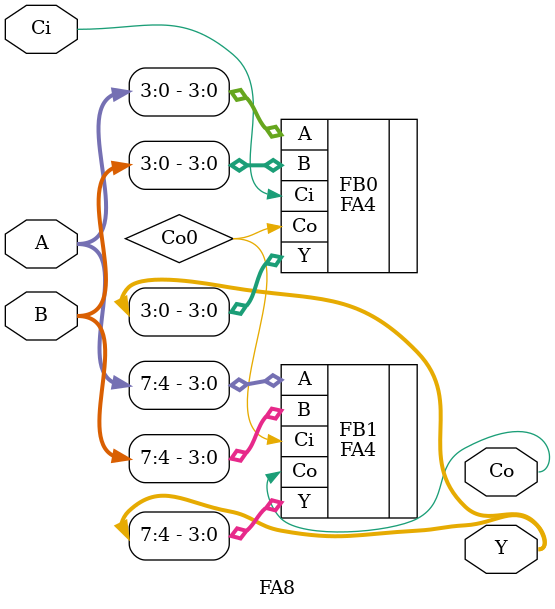
<source format=v>
`timescale 1ns / 1ps

// In submitting this file for class work at CSULB I am confirming  
// that this is my work product.  In the event other code sources are  
// utilized I will document that code identifying the author. In  
// submitting this work I acknowledge that plagiarism in student  
// project work is subject to dismissal from the class
//
//////////////////////////////////////////////////////////////////////////////////

module FA8(A, B, Ci, Y, Co);

input [7:0] A, B;
input			Ci;
output [7:0] Y;
output		Co;

FA4 FB1 (.A(A[7:4]), .B(B[7:4]), .Ci(Co0), .Y(Y[7:4]), .Co(Co));
FA4 FB0 (.A(A[3:0]), .B(B[3:0]), .Ci(Ci), .Y(Y[3:0]), .Co(Co0));
    
endmodule


</source>
